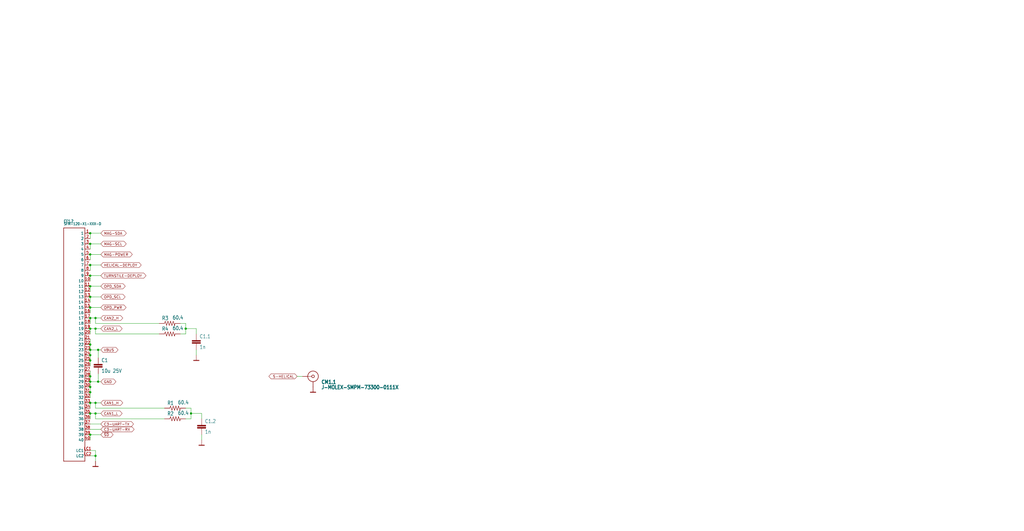
<source format=kicad_sch>
(kicad_sch (version 20211123) (generator eeschema)
  (paper "User" 490.22 254.406)
  (lib_symbols
    (symbol "oresat-backplane-2u-eagle-import:C-EU0603-C-NOSILK"
      (property "Reference" "C" (at 1.524 0.381 0))
      (property "Value" "C-EU0603-C-NOSILK" (at 1.524 -4.699 0))
      (symbol "C-EU0603-C-NOSILK_1_0"
        (rectangle (start -2.032 -2.032) (end 2.032 -1.524) (fill (type outline)))
        (rectangle (start -2.032 -1.016) (end 2.032 -0.508) (fill (type outline)))
        (polyline (pts (xy 0 -2.54) (xy 0 -2.032)) (stroke (width 0.1524)))
        (polyline (pts (xy 0 0) (xy 0 -0.508)) (stroke (width 0.1524)))
        (pin passive line (at 0 2.54 270) (length 2.54) (name "1") (number "1"))
        (pin passive line (at 0 -5.08 90) (length 2.54) (name "2") (number "2"))
      )
    )
    (symbol "oresat-backplane-2u-eagle-import:GND" (power)
      (symbol "GND_1_0"
        (polyline (pts (xy -1.27 -2.54) (xy 1.27 -2.54)) (stroke (width 0.4064)))
        (pin power_in line (at 0 0 270) (length 2.54) (name "GND") (number "1"))
      )
    )
    (symbol "oresat-backplane-2u-eagle-import:R-US_1206-C"
      (property "Reference" "R" (at -3.81 1.4986 0))
      (property "Value" "R-US_1206-C" (at -3.81 -3.302 0))
      (symbol "R-US_1206-C_1_0"
        (polyline (pts (xy -2.54 0) (xy -2.159 1.016)) (stroke (width 0.2032)))
        (polyline (pts (xy -2.159 1.016) (xy -1.524 -1.016)) (stroke (width 0.2032)))
        (polyline (pts (xy -1.524 -1.016) (xy -0.889 1.016)) (stroke (width 0.2032)))
        (polyline (pts (xy -0.889 1.016) (xy -0.254 -1.016)) (stroke (width 0.2032)))
        (polyline (pts (xy -0.254 -1.016) (xy 0.381 1.016)) (stroke (width 0.2032)))
        (polyline (pts (xy 0.381 1.016) (xy 1.016 -1.016)) (stroke (width 0.2032)))
        (polyline (pts (xy 1.016 -1.016) (xy 1.651 1.016)) (stroke (width 0.2032)))
        (polyline (pts (xy 1.651 1.016) (xy 2.286 -1.016)) (stroke (width 0.2032)))
        (polyline (pts (xy 2.286 -1.016) (xy 2.54 0)) (stroke (width 0.2032)))
        (pin passive line (at -5.08 0 0) (length 2.54) (name "1") (number "1"))
        (pin passive line (at 5.08 0 180) (length 2.54) (name "2") (number "2"))
      )
    )
    (symbol "oresat-backplane-2u-eagle-import:SFM-120-X1-XXX-D"
      (property "Reference" "J" (at -2.54 50.8 0))
      (property "Value" "SFM-120-X1-XXX-D" (at -2.54 49.53 0))
      (symbol "SFM-120-X1-XXX-D_1_0"
        (polyline (pts (xy -2.54 -63.5) (xy -2.54 48.26)) (stroke (width 0.254)))
        (polyline (pts (xy -2.54 48.26) (xy 7.62 48.26)) (stroke (width 0.254)))
        (polyline (pts (xy 7.62 -63.5) (xy -2.54 -63.5)) (stroke (width 0.254)))
        (polyline (pts (xy 7.62 48.26) (xy 7.62 -63.5)) (stroke (width 0.254)))
        (pin passive line (at 10.16 45.72 180) (length 2.54) (name "1") (number "1"))
        (pin passive line (at 10.16 22.86 180) (length 2.54) (name "10") (number "10"))
        (pin passive line (at 10.16 20.32 180) (length 2.54) (name "11") (number "11"))
        (pin passive line (at 10.16 17.78 180) (length 2.54) (name "12") (number "12"))
        (pin passive line (at 10.16 15.24 180) (length 2.54) (name "13") (number "13"))
        (pin passive line (at 10.16 12.7 180) (length 2.54) (name "14") (number "14"))
        (pin passive line (at 10.16 10.16 180) (length 2.54) (name "15") (number "15"))
        (pin passive line (at 10.16 7.62 180) (length 2.54) (name "16") (number "16"))
        (pin passive line (at 10.16 5.08 180) (length 2.54) (name "17") (number "17"))
        (pin passive line (at 10.16 2.54 180) (length 2.54) (name "18") (number "18"))
        (pin passive line (at 10.16 0 180) (length 2.54) (name "19") (number "19"))
        (pin passive line (at 10.16 43.18 180) (length 2.54) (name "2") (number "2"))
        (pin passive line (at 10.16 -2.54 180) (length 2.54) (name "20") (number "20"))
        (pin passive line (at 10.16 -5.08 180) (length 2.54) (name "21") (number "21"))
        (pin passive line (at 10.16 -7.62 180) (length 2.54) (name "22") (number "22"))
        (pin passive line (at 10.16 -10.16 180) (length 2.54) (name "23") (number "23"))
        (pin passive line (at 10.16 -12.7 180) (length 2.54) (name "24") (number "24"))
        (pin passive line (at 10.16 -15.24 180) (length 2.54) (name "25") (number "25"))
        (pin passive line (at 10.16 -17.78 180) (length 2.54) (name "26") (number "26"))
        (pin passive line (at 10.16 -20.32 180) (length 2.54) (name "27") (number "27"))
        (pin passive line (at 10.16 -22.86 180) (length 2.54) (name "28") (number "28"))
        (pin passive line (at 10.16 -25.4 180) (length 2.54) (name "29") (number "29"))
        (pin passive line (at 10.16 40.64 180) (length 2.54) (name "3") (number "3"))
        (pin passive line (at 10.16 -27.94 180) (length 2.54) (name "30") (number "30"))
        (pin passive line (at 10.16 -30.48 180) (length 2.54) (name "31") (number "31"))
        (pin passive line (at 10.16 -33.02 180) (length 2.54) (name "32") (number "32"))
        (pin passive line (at 10.16 -35.56 180) (length 2.54) (name "33") (number "33"))
        (pin passive line (at 10.16 -38.1 180) (length 2.54) (name "34") (number "34"))
        (pin passive line (at 10.16 -40.64 180) (length 2.54) (name "35") (number "35"))
        (pin passive line (at 10.16 -43.18 180) (length 2.54) (name "36") (number "36"))
        (pin passive line (at 10.16 -45.72 180) (length 2.54) (name "37") (number "37"))
        (pin passive line (at 10.16 -48.26 180) (length 2.54) (name "38") (number "38"))
        (pin passive line (at 10.16 -50.8 180) (length 2.54) (name "39") (number "39"))
        (pin passive line (at 10.16 38.1 180) (length 2.54) (name "4") (number "4"))
        (pin passive line (at 10.16 -53.34 180) (length 2.54) (name "40") (number "40"))
        (pin passive line (at 10.16 35.56 180) (length 2.54) (name "5") (number "5"))
        (pin passive line (at 10.16 33.02 180) (length 2.54) (name "6") (number "6"))
        (pin passive line (at 10.16 30.48 180) (length 2.54) (name "7") (number "7"))
        (pin passive line (at 10.16 27.94 180) (length 2.54) (name "8") (number "8"))
        (pin passive line (at 10.16 25.4 180) (length 2.54) (name "9") (number "9"))
        (pin passive line (at 10.16 -58.42 180) (length 2.54) (name "LC1") (number "LC1"))
        (pin passive line (at 10.16 -60.96 180) (length 2.54) (name "LC2") (number "LC2"))
      )
    )
    (symbol "oresat-symbols:J-MOLEX-SMPM-73300-0111X_1"
      (property "Reference" "CM2.2" (at 3.81 -3.81 0))
      (property "Value" "J-MOLEX-SMPM-73300-0111X_1" (at 3.81 -6.35 0))
      (symbol "J-MOLEX-SMPM-73300-0111X_1_1_0"
        (polyline (pts (xy -2.54 0) (xy -0.635 0)) (stroke (width 0.1524)))
        (circle (center 0 0) (radius 0.635) (stroke (width 0.254)))
        (circle (center 0 0) (radius 2.54) (stroke (width 0.254)))
        (pin passive line (at 0 -5.08 90) (length 2.54) (name "SHIELD1") (number "GND"))
        (pin passive line (at -5.08 0 0) (length 2.54) (name "RF") (number "RF-DOWN"))
      )
    )
    (symbol "oresat0-1u-backplane-eagle-import:C-EU1206-B"
      (property "Reference" "C" (at 1.524 0.381 0))
      (property "Value" "C-EU1206-B" (at 1.524 -4.699 0))
      (symbol "C-EU1206-B_1_0"
        (rectangle (start -2.032 -2.032) (end 2.032 -1.524) (fill (type outline)))
        (rectangle (start -2.032 -1.016) (end 2.032 -0.508) (fill (type outline)))
        (polyline (pts (xy 0 -2.54) (xy 0 -2.032)) (stroke (width 0.1524)))
        (polyline (pts (xy 0 0) (xy 0 -0.508)) (stroke (width 0.1524)))
        (pin passive line (at 0 2.54 270) (length 2.54) (name "1") (number "1"))
        (pin passive line (at 0 -5.08 90) (length 2.54) (name "2") (number "2"))
      )
    )
  )
  (junction (at 43.18 167.64))
  (junction (at 43.18 172.72))
  (junction (at 43.18 111.76))
  (junction (at 43.18 157.48))
  (junction (at 43.18 182.88))
  (junction (at 43.18 121.92))
  (junction (at 45.72 198.12))
  (junction (at 43.18 152.4))
  (junction (at 43.18 198.12))
  (junction (at 43.18 165.1))
  (junction (at 43.18 142.24))
  (junction (at 91.44 198.12))
  (junction (at 43.18 208.28))
  (junction (at 43.18 170.18))
  (junction (at 43.18 147.32))
  (junction (at 43.18 137.16))
  (junction (at 43.18 180.34))
  (junction (at 45.72 152.4))
  (junction (at 43.18 193.04))
  (junction (at 43.18 132.08))
  (junction (at 43.18 127))
  (junction (at 46.99 167.64))
  (junction (at 43.18 185.42))
  (junction (at 88.9 157.48))
  (junction (at 45.72 218.44))
  (junction (at 43.18 187.96))
  (junction (at 46.99 182.88))
  (junction (at 45.72 157.48))
  (junction (at 45.72 193.04))
  (junction (at 43.18 116.84))
  (wire (pts (xy 88.9 157.48) (xy 93.98 157.48)))
  (wire (pts (xy 45.72 154.94) (xy 76.2 154.94)))
  (wire (pts (xy 43.18 172.72) (xy 43.18 175.26)))
  (wire (pts (xy 48.26 132.08) (xy 43.18 132.08)))
  (wire (pts (xy 48.26 198.12) (xy 45.72 198.12)))
  (wire (pts (xy 45.72 218.44) (xy 45.72 220.98)))
  (wire (pts (xy 45.72 193.04) (xy 45.72 195.58)))
  (wire (pts (xy 48.26 182.88) (xy 46.99 182.88)))
  (wire (pts (xy 91.44 198.12) (xy 91.44 200.66)))
  (wire (pts (xy 45.72 157.48) (xy 45.72 160.02)))
  (wire (pts (xy 86.36 154.94) (xy 88.9 154.94)))
  (wire (pts (xy 43.18 185.42) (xy 43.18 187.96)))
  (wire (pts (xy 45.72 215.9) (xy 45.72 218.44)))
  (wire (pts (xy 78.74 195.58) (xy 45.72 195.58)))
  (wire (pts (xy 43.18 162.56) (xy 43.18 165.1)))
  (wire (pts (xy 45.72 198.12) (xy 43.18 198.12)))
  (wire (pts (xy 144.78 180.34) (xy 142.24 180.34)))
  (wire (pts (xy 46.99 167.64) (xy 43.18 167.64)))
  (wire (pts (xy 43.18 167.64) (xy 43.18 170.18)))
  (wire (pts (xy 48.26 167.64) (xy 46.99 167.64)))
  (wire (pts (xy 48.26 193.04) (xy 45.72 193.04)))
  (wire (pts (xy 88.9 154.94) (xy 88.9 157.48)))
  (wire (pts (xy 43.18 116.84) (xy 43.18 119.38)))
  (wire (pts (xy 43.18 127) (xy 48.26 127)))
  (wire (pts (xy 48.26 208.28) (xy 43.18 208.28)))
  (wire (pts (xy 78.74 200.66) (xy 45.72 200.66)))
  (wire (pts (xy 43.18 142.24) (xy 43.18 144.78)))
  (wire (pts (xy 43.18 152.4) (xy 45.72 152.4)))
  (wire (pts (xy 48.26 157.48) (xy 45.72 157.48)))
  (wire (pts (xy 48.26 142.24) (xy 43.18 142.24)))
  (wire (pts (xy 43.18 218.44) (xy 45.72 218.44)))
  (wire (pts (xy 43.18 127) (xy 43.18 129.54)))
  (wire (pts (xy 43.18 215.9) (xy 45.72 215.9)))
  (wire (pts (xy 43.18 180.34) (xy 43.18 182.88)))
  (wire (pts (xy 45.72 198.12) (xy 45.72 200.66)))
  (wire (pts (xy 43.18 177.8) (xy 43.18 180.34)))
  (wire (pts (xy 93.98 167.64) (xy 93.98 170.18)))
  (wire (pts (xy 43.18 187.96) (xy 43.18 190.5)))
  (wire (pts (xy 91.44 200.66) (xy 88.9 200.66)))
  (wire (pts (xy 91.44 198.12) (xy 96.52 198.12)))
  (wire (pts (xy 46.99 179.07) (xy 46.99 182.88)))
  (wire (pts (xy 43.18 157.48) (xy 43.18 160.02)))
  (wire (pts (xy 43.18 165.1) (xy 43.18 167.64)))
  (wire (pts (xy 48.26 203.2) (xy 43.18 203.2)))
  (wire (pts (xy 43.18 198.12) (xy 43.18 200.66)))
  (wire (pts (xy 93.98 157.48) (xy 93.98 160.02)))
  (wire (pts (xy 43.18 182.88) (xy 43.18 185.42)))
  (wire (pts (xy 43.18 132.08) (xy 43.18 134.62)))
  (wire (pts (xy 43.18 121.92) (xy 48.26 121.92)))
  (wire (pts (xy 45.72 193.04) (xy 43.18 193.04)))
  (wire (pts (xy 91.44 195.58) (xy 91.44 198.12)))
  (wire (pts (xy 43.18 152.4) (xy 43.18 154.94)))
  (wire (pts (xy 43.18 116.84) (xy 48.26 116.84)))
  (wire (pts (xy 43.18 111.76) (xy 43.18 114.3)))
  (wire (pts (xy 45.72 152.4) (xy 48.26 152.4)))
  (wire (pts (xy 43.18 147.32) (xy 43.18 149.86)))
  (wire (pts (xy 43.18 208.28) (xy 43.18 210.82)))
  (wire (pts (xy 96.52 208.28) (xy 96.52 210.82)))
  (wire (pts (xy 48.26 147.32) (xy 43.18 147.32)))
  (wire (pts (xy 88.9 195.58) (xy 91.44 195.58)))
  (wire (pts (xy 46.99 167.64) (xy 46.99 171.45)))
  (wire (pts (xy 45.72 160.02) (xy 76.2 160.02)))
  (wire (pts (xy 43.18 170.18) (xy 43.18 172.72)))
  (wire (pts (xy 48.26 137.16) (xy 43.18 137.16)))
  (wire (pts (xy 43.18 137.16) (xy 43.18 139.7)))
  (wire (pts (xy 45.72 152.4) (xy 45.72 154.94)))
  (wire (pts (xy 88.9 160.02) (xy 86.36 160.02)))
  (wire (pts (xy 43.18 193.04) (xy 43.18 195.58)))
  (wire (pts (xy 88.9 157.48) (xy 88.9 160.02)))
  (wire (pts (xy 43.18 111.76) (xy 48.26 111.76)))
  (wire (pts (xy 43.18 121.92) (xy 43.18 124.46)))
  (wire (pts (xy 96.52 200.66) (xy 96.52 198.12)))
  (wire (pts (xy 45.72 157.48) (xy 43.18 157.48)))
  (wire (pts (xy 43.18 205.74) (xy 48.26 205.74)))
  (wire (pts (xy 46.99 182.88) (xy 43.18 182.88)))
  (global_label "TURNSTILE-DEPLOY" (shape bidirectional) (at 48.26 132.08 0) (effects (font (size 1.2446 1.2446))) (property "Intersheet References" "${INTERSHEET_REFS}" (effects hide)))
  (global_label "MAG-SCL" (shape bidirectional) (at 48.26 116.84 0) (effects (font (size 1.2446 1.2446))) (property "Intersheet References" "${INTERSHEET_REFS}" (effects hide)))
  (global_label "OPD_PWR" (shape bidirectional) (at 48.26 147.32 0) (effects (font (size 1.2446 1.2446))) (property "Intersheet References" "${INTERSHEET_REFS}" (effects hide)))
  (global_label "VBUS" (shape bidirectional) (at 48.26 167.64 0) (effects (font (size 1.2446 1.2446))) (property "Intersheet References" "${INTERSHEET_REFS}" (effects hide)))
  (global_label "~{SD}" (shape bidirectional) (at 48.26 208.28 0) (effects (font (size 1.2446 1.2446))) (property "Intersheet References" "${INTERSHEET_REFS}" (effects hide)))
  (global_label "OPD_SCL" (shape bidirectional) (at 48.26 142.24 0) (effects (font (size 1.2446 1.2446))) (property "Intersheet References" "${INTERSHEET_REFS}" (effects hide)))
  (global_label "C3-UART-RX" (shape bidirectional) (at 48.26 205.74 0) (effects (font (size 1.2446 1.2446))) (property "Intersheet References" "${INTERSHEET_REFS}" (effects hide)))
  (global_label "HELICAL-DEPLOY" (shape bidirectional) (at 48.26 127 0) (effects (font (size 1.2446 1.2446))) (property "Intersheet References" "${INTERSHEET_REFS}" (effects hide)))
  (global_label "MAG-POWER" (shape bidirectional) (at 48.26 121.92 0) (effects (font (size 1.2446 1.2446))) (property "Intersheet References" "${INTERSHEET_REFS}" (effects hide)))
  (global_label "MAG-SDA" (shape bidirectional) (at 48.26 111.76 0) (effects (font (size 1.2446 1.2446))) (property "Intersheet References" "${INTERSHEET_REFS}" (effects hide)))
  (global_label "CAN1_H" (shape bidirectional) (at 48.26 193.04 0) (effects (font (size 1.2446 1.2446))) (property "Intersheet References" "${INTERSHEET_REFS}" (effects hide)))
  (global_label "OPD_SDA" (shape bidirectional) (at 48.26 137.16 0) (effects (font (size 1.2446 1.2446))) (property "Intersheet References" "${INTERSHEET_REFS}" (effects hide)))
  (global_label "C3-UART-TX" (shape bidirectional) (at 48.26 203.2 0) (effects (font (size 1.2446 1.2446))) (property "Intersheet References" "${INTERSHEET_REFS}" (effects hide)))
  (global_label "S-HELICAL" (shape bidirectional) (at 142.24 180.34 180) (effects (font (size 1.2446 1.2446))) (property "Intersheet References" "${INTERSHEET_REFS}" (effects hide)))
  (global_label "GND" (shape bidirectional) (at 48.26 182.88 0) (effects (font (size 1.2446 1.2446))) (property "Intersheet References" "${INTERSHEET_REFS}" (effects hide)))
  (global_label "CAN1_L" (shape bidirectional) (at 48.26 198.12 0) (effects (font (size 1.2446 1.2446))) (property "Intersheet References" "${INTERSHEET_REFS}" (effects hide)))
  (global_label "CAN2_L" (shape bidirectional) (at 48.26 157.48 0) (effects (font (size 1.2446 1.2446))) (property "Intersheet References" "${INTERSHEET_REFS}" (effects hide)))
  (global_label "CAN2_H" (shape bidirectional) (at 48.26 152.4 0) (effects (font (size 1.2446 1.2446))) (property "Intersheet References" "${INTERSHEET_REFS}" (effects hide)))
  (symbol (lib_id "oresat-backplane-2u-eagle-import:R-US_1206-C") (at 81.28 160.02 0) (unit 1)
    (property "Reference" "R4" (at 77.47 158.5214 0) (effects (font (size 1.778 1.5113)) (justify left bottom)))
    (property "Value" "60.4" (at 82.55 158.242 0) (effects (font (size 1.778 1.5113)) (justify left bottom)))
    (property "Footprint" "oresat-backplane-2u:1206-C" (effects hide))
  )
  (symbol (lib_id "oresat-backplane-2u-eagle-import:C-EU0603-C-NOSILK") (at 93.98 162.56 0) (unit 1)
    (property "Reference" "C1.1" (at 95.504 162.179 0) (effects (font (size 1.778 1.5113)) (justify left bottom)))
    (property "Value" "1n" (at 95.504 167.259 0) (effects (font (size 1.778 1.5113)) (justify left bottom)))
    (property "Footprint" "oresat-passives:0603-SMALL" (effects hide))
  )
  (symbol (lib_id "oresat-backplane-2u-eagle-import:SFM-120-X1-XXX-D") (at 33.02 157.48 0) (unit 1)
    (property "Reference" "CF1.2" (at 30.48 106.68 0) (effects (font (size 1.27 1.0795)) (justify left bottom)))
    (property "Value" "SFM-120-X1-XXX-D" (at 30.48 107.95 0) (effects (font (size 1.27 1.0795)) (justify left bottom)))
    (property "Footprint" "oresat-connectors:J-SAMTEC-SFM-120-X1-XXX-D" (effects hide))
  )
  (symbol (lib_id "oresat-backplane-2u-eagle-import:GND") (at 149.86 185.42 0) (unit 1)
    (property "Reference" "#GND014" (effects hide))
    (property "Value" "GND" (effects hide))
    (property "Footprint" "oresat-backplane-2u:" (effects hide))
  )
  (symbol (lib_id "oresat-backplane-2u-eagle-import:R-US_1206-C") (at 83.82 195.58 0) (unit 1)
    (property "Reference" "R1" (at 80.01 194.0814 0) (effects (font (size 1.778 1.5113)) (justify left bottom)))
    (property "Value" "60.4" (at 85.09 193.802 0) (effects (font (size 1.778 1.5113)) (justify left bottom)))
    (property "Footprint" "oresat-backplane-2u:1206-C" (effects hide))
  )
  (symbol (lib_id "oresat-backplane-2u-eagle-import:R-US_1206-C") (at 81.28 154.94 0) (unit 1)
    (property "Reference" "R3" (at 77.47 153.4414 0) (effects (font (size 1.778 1.5113)) (justify left bottom)))
    (property "Value" "60.4" (at 82.55 153.162 0) (effects (font (size 1.778 1.5113)) (justify left bottom)))
    (property "Footprint" "oresat-backplane-2u:1206-C" (effects hide))
  )
  (symbol (lib_id "oresat0-1u-backplane-eagle-import:C-EU1206-B") (at 46.99 173.99 0) (unit 1)
    (property "Reference" "C1" (at 48.514 173.609 0) (effects (font (size 1.778 1.5113)) (justify left bottom)))
    (property "Value" "10u 25V" (at 48.514 178.689 0) (effects (font (size 1.778 1.5113)) (justify left bottom)))
    (property "Footprint" "Capacitor_SMD:C_1206_3216Metric" (effects hide))
  )
  (symbol (lib_id "oresat-backplane-2u-eagle-import:GND") (at 93.98 170.18 0) (unit 1)
    (property "Reference" "#GND015" (effects hide))
    (property "Value" "GND" (effects hide))
    (property "Footprint" "oresat-backplane-2u:" (effects hide))
  )
  (symbol (lib_id "oresat-backplane-2u-eagle-import:R-US_1206-C") (at 83.82 200.66 0) (unit 1)
    (property "Reference" "R2" (at 80.01 199.1614 0) (effects (font (size 1.778 1.5113)) (justify left bottom)))
    (property "Value" "60.4" (at 85.09 198.882 0) (effects (font (size 1.778 1.5113)) (justify left bottom)))
    (property "Footprint" "oresat-backplane-2u:1206-C" (effects hide))
  )
  (symbol (lib_id "oresat-backplane-2u-eagle-import:GND") (at 45.72 220.98 0) (unit 1)
    (property "Reference" "#GND0101" (effects hide))
    (property "Value" "GND" (effects hide))
    (property "Footprint" "oresat-backplane-2u:" (effects hide))
  )
  (symbol (lib_id "oresat-backplane-2u-eagle-import:GND") (at 96.52 210.82 0) (unit 1)
    (property "Reference" "#GND016" (effects hide))
    (property "Value" "GND" (effects hide))
    (property "Footprint" "oresat-backplane-2u:" (effects hide))
  )
  (symbol (lib_id "oresat-symbols:J-MOLEX-SMPM-73300-0111X_1") (at 149.86 180.34 0) (unit 1)
    (property "Reference" "CM1.1" (at 153.67 184.15 0) (effects (font (size 1.778 1.5113) bold) (justify left bottom)))
    (property "Value" "J-MOLEX-SMPM-73300-0111X" (at 153.67 186.69 0) (effects (font (size 1.778 1.5113) bold) (justify left bottom)))
    (property "Footprint" "oresat-connectors:J-MOLEX-SMPM-73300-0111X-long" (effects hide))
  )
  (symbol (lib_id "oresat-backplane-2u-eagle-import:C-EU0603-C-NOSILK") (at 96.52 203.2 0) (unit 1)
    (property "Reference" "C1.2" (at 98.044 202.819 0) (effects (font (size 1.778 1.5113)) (justify left bottom)))
    (property "Value" "1n" (at 98.044 207.899 0) (effects (font (size 1.778 1.5113)) (justify left bottom)))
    (property "Footprint" "oresat-passives:0603-SMALL" (effects hide))
  )
)
</source>
